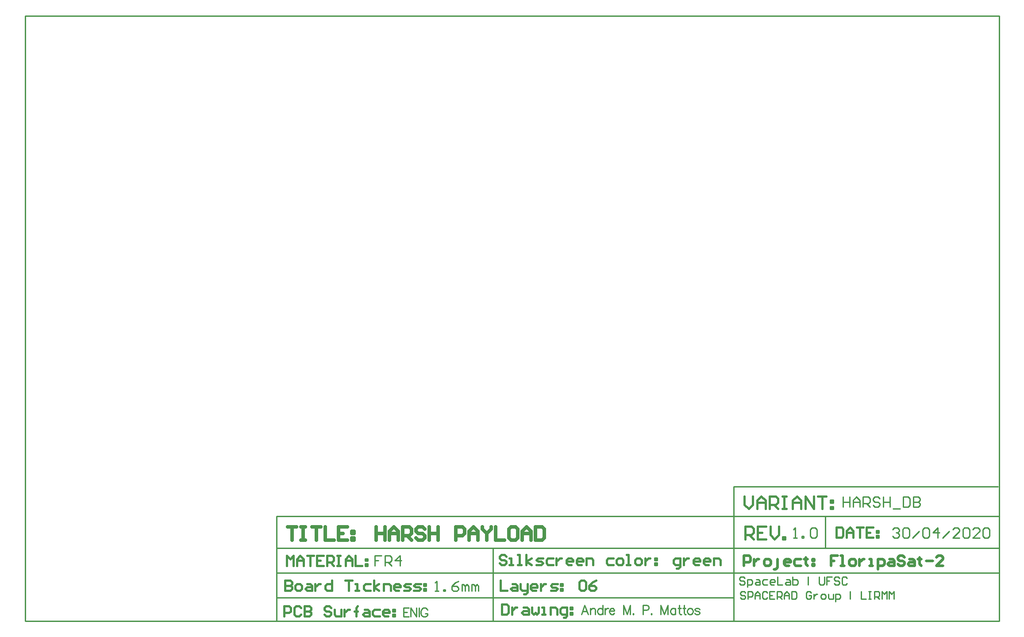
<source format=gm1>
G04*
G04 #@! TF.GenerationSoftware,Altium Limited,Altium Designer,18.1.7 (191)*
G04*
G04 Layer_Color=16711935*
%FSLAX25Y25*%
%MOIN*%
G70*
G01*
G75*
%ADD12C,0.01000*%
%ADD16C,0.02000*%
%ADD17C,0.01598*%
%ADD18C,0.01600*%
%ADD19C,0.02500*%
D12*
X544182Y-43399D02*
Y-19783D01*
X475394Y-43456D02*
Y2264D01*
X674213D01*
X675186Y-98661D02*
Y357036D01*
X-58563Y-99016D02*
Y357036D01*
Y-99016D02*
X131004D01*
X107382D02*
X675186D01*
X-58563Y357036D02*
X675186D01*
X131004Y-19834D02*
X675186D01*
X131496Y-43793D02*
X674762Y-43793D01*
X131299Y-62543D02*
X675186Y-62543D01*
X475186Y-98622D02*
Y-20031D01*
X131299Y-81293D02*
X474902Y-81293D01*
X675186Y-99016D02*
Y-19834D01*
X293936Y-98721D02*
Y-43793D01*
X131004Y-99016D02*
Y-19834D01*
X483988Y-77692D02*
X483070Y-76773D01*
X481233D01*
X480315Y-77692D01*
Y-78610D01*
X481233Y-79528D01*
X483070D01*
X483988Y-80447D01*
Y-81365D01*
X483070Y-82284D01*
X481233D01*
X480315Y-81365D01*
X485825Y-82284D02*
Y-76773D01*
X488580D01*
X489498Y-77692D01*
Y-79528D01*
X488580Y-80447D01*
X485825D01*
X491335Y-82284D02*
Y-78610D01*
X493172Y-76773D01*
X495008Y-78610D01*
Y-82284D01*
Y-79528D01*
X491335D01*
X500518Y-77692D02*
X499600Y-76773D01*
X497763D01*
X496845Y-77692D01*
Y-81365D01*
X497763Y-82284D01*
X499600D01*
X500518Y-81365D01*
X506028Y-76773D02*
X502355D01*
Y-82284D01*
X506028D01*
X502355Y-79528D02*
X504192D01*
X507865Y-82284D02*
Y-76773D01*
X510620D01*
X511539Y-77692D01*
Y-79528D01*
X510620Y-80447D01*
X507865D01*
X509702D02*
X511539Y-82284D01*
X513375D02*
Y-78610D01*
X515212Y-76773D01*
X517049Y-78610D01*
Y-82284D01*
Y-79528D01*
X513375D01*
X518885Y-76773D02*
Y-82284D01*
X521640D01*
X522558Y-81365D01*
Y-77692D01*
X521640Y-76773D01*
X518885D01*
X533579Y-77692D02*
X532660Y-76773D01*
X530824D01*
X529905Y-77692D01*
Y-81365D01*
X530824Y-82284D01*
X532660D01*
X533579Y-81365D01*
Y-79528D01*
X531742D01*
X535415Y-78610D02*
Y-82284D01*
Y-80447D01*
X536334Y-79528D01*
X537252Y-78610D01*
X538170D01*
X541844Y-82284D02*
X543680D01*
X544599Y-81365D01*
Y-79528D01*
X543680Y-78610D01*
X541844D01*
X540925Y-79528D01*
Y-81365D01*
X541844Y-82284D01*
X546435Y-78610D02*
Y-81365D01*
X547354Y-82284D01*
X550109D01*
Y-78610D01*
X551945Y-84120D02*
Y-78610D01*
X554700D01*
X555619Y-79528D01*
Y-81365D01*
X554700Y-82284D01*
X551945D01*
X562965Y-76773D02*
Y-82284D01*
X571231Y-76773D02*
Y-82284D01*
X574904D01*
X576741Y-76773D02*
X578577D01*
X577659D01*
Y-82284D01*
X576741D01*
X578577D01*
X581332D02*
Y-76773D01*
X584087D01*
X585006Y-77692D01*
Y-79528D01*
X584087Y-80447D01*
X581332D01*
X583169D02*
X585006Y-82284D01*
X586842D02*
Y-76773D01*
X588679Y-78610D01*
X590516Y-76773D01*
Y-82284D01*
X592352D02*
Y-76773D01*
X594189Y-78610D01*
X596026Y-76773D01*
Y-82284D01*
X483529Y-66701D02*
X482578Y-65750D01*
X480676D01*
X479724Y-66701D01*
Y-67652D01*
X480676Y-68603D01*
X482578D01*
X483529Y-69554D01*
Y-70506D01*
X482578Y-71457D01*
X480676D01*
X479724Y-70506D01*
X485431Y-73359D02*
Y-67652D01*
X488285D01*
X489236Y-68603D01*
Y-70506D01*
X488285Y-71457D01*
X485431D01*
X492089Y-67652D02*
X493991D01*
X494943Y-68603D01*
Y-71457D01*
X492089D01*
X491138Y-70506D01*
X492089Y-69554D01*
X494943D01*
X500649Y-67652D02*
X497796D01*
X496845Y-68603D01*
Y-70506D01*
X497796Y-71457D01*
X500649D01*
X505405D02*
X503503D01*
X502552Y-70506D01*
Y-68603D01*
X503503Y-67652D01*
X505405D01*
X506356Y-68603D01*
Y-69554D01*
X502552D01*
X508258Y-65750D02*
Y-71457D01*
X512063D01*
X514916Y-67652D02*
X516819D01*
X517770Y-68603D01*
Y-71457D01*
X514916D01*
X513965Y-70506D01*
X514916Y-69554D01*
X517770D01*
X519672Y-65750D02*
Y-71457D01*
X522526D01*
X523477Y-70506D01*
Y-69554D01*
Y-68603D01*
X522526Y-67652D01*
X519672D01*
X531086Y-65750D02*
Y-71457D01*
X539646Y-65750D02*
Y-70506D01*
X540597Y-71457D01*
X542499D01*
X543450Y-70506D01*
Y-65750D01*
X549157D02*
X545353D01*
Y-68603D01*
X547255D01*
X545353D01*
Y-71457D01*
X554864Y-66701D02*
X553913Y-65750D01*
X552011D01*
X551059Y-66701D01*
Y-67652D01*
X552011Y-68603D01*
X553913D01*
X554864Y-69554D01*
Y-70506D01*
X553913Y-71457D01*
X552011D01*
X551059Y-70506D01*
X560571Y-66701D02*
X559620Y-65750D01*
X557718D01*
X556766Y-66701D01*
Y-70506D01*
X557718Y-71457D01*
X559620D01*
X560571Y-70506D01*
X594882Y-29920D02*
X596142Y-28660D01*
X598662D01*
X599922Y-29920D01*
Y-31180D01*
X598662Y-32440D01*
X597402D01*
X598662D01*
X599922Y-33700D01*
Y-34960D01*
X598662Y-36220D01*
X596142D01*
X594882Y-34960D01*
X602442Y-29920D02*
X603702Y-28660D01*
X606222D01*
X607482Y-29920D01*
Y-34960D01*
X606222Y-36220D01*
X603702D01*
X602442Y-34960D01*
Y-29920D01*
X610002Y-36220D02*
X615042Y-31180D01*
X617562Y-29920D02*
X618822Y-28660D01*
X621342D01*
X622602Y-29920D01*
Y-34960D01*
X621342Y-36220D01*
X618822D01*
X617562Y-34960D01*
Y-29920D01*
X628902Y-36220D02*
Y-28660D01*
X625122Y-32440D01*
X630162D01*
X632682Y-36220D02*
X637722Y-31180D01*
X645282Y-36220D02*
X640242D01*
X645282Y-31180D01*
Y-29920D01*
X644022Y-28660D01*
X641502D01*
X640242Y-29920D01*
X647802D02*
X649062Y-28660D01*
X651582D01*
X652842Y-29920D01*
Y-34960D01*
X651582Y-36220D01*
X649062D01*
X647802Y-34960D01*
Y-29920D01*
X660402Y-36220D02*
X655362D01*
X660402Y-31180D01*
Y-29920D01*
X659142Y-28660D01*
X656622D01*
X655362Y-29920D01*
X662922D02*
X664182Y-28660D01*
X666703D01*
X667963Y-29920D01*
Y-34960D01*
X666703Y-36220D01*
X664182D01*
X662922Y-34960D01*
Y-29920D01*
X557579Y-5334D02*
Y-12894D01*
Y-9114D01*
X562619D01*
Y-5334D01*
Y-12894D01*
X565139D02*
Y-7854D01*
X567659Y-5334D01*
X570179Y-7854D01*
Y-12894D01*
Y-9114D01*
X565139D01*
X572699Y-12894D02*
Y-5334D01*
X576479D01*
X577739Y-6594D01*
Y-9114D01*
X576479Y-10374D01*
X572699D01*
X575219D02*
X577739Y-12894D01*
X585299Y-6594D02*
X584039Y-5334D01*
X581519D01*
X580259Y-6594D01*
Y-7854D01*
X581519Y-9114D01*
X584039D01*
X585299Y-10374D01*
Y-11634D01*
X584039Y-12894D01*
X581519D01*
X580259Y-11634D01*
X587819Y-5334D02*
Y-12894D01*
Y-9114D01*
X592859D01*
Y-5334D01*
Y-12894D01*
X595379Y-14154D02*
X600419D01*
X602939Y-5334D02*
Y-12894D01*
X606719D01*
X607979Y-11634D01*
Y-6594D01*
X606719Y-5334D01*
X602939D01*
X610499D02*
Y-12894D01*
X614279D01*
X615539Y-11634D01*
Y-10374D01*
X614279Y-9114D01*
X610499D01*
X614279D01*
X615539Y-7854D01*
Y-6594D01*
X614279Y-5334D01*
X610499D01*
X520276Y-36220D02*
X522796D01*
X521536D01*
Y-28660D01*
X520276Y-29920D01*
X526576Y-36220D02*
Y-34960D01*
X527836D01*
Y-36220D01*
X526576D01*
X532876Y-29920D02*
X534136Y-28660D01*
X536656D01*
X537916Y-29920D01*
Y-34960D01*
X536656Y-36220D01*
X534136D01*
X532876Y-34960D01*
Y-29920D01*
X209930Y-49619D02*
X204890D01*
Y-53399D01*
X207410D01*
X204890D01*
Y-57179D01*
X212451D02*
Y-49619D01*
X216231D01*
X217491Y-50879D01*
Y-53399D01*
X216231Y-54659D01*
X212451D01*
X214970D02*
X217491Y-57179D01*
X223791D02*
Y-49619D01*
X220010Y-53399D01*
X225051D01*
X250295Y-76378D02*
X252815D01*
X251555D01*
Y-68818D01*
X250295Y-70078D01*
X256595Y-76378D02*
Y-75118D01*
X257855D01*
Y-76378D01*
X256595D01*
X267935Y-68818D02*
X265415Y-70078D01*
X262895Y-72598D01*
Y-75118D01*
X264155Y-76378D01*
X266675D01*
X267935Y-75118D01*
Y-73858D01*
X266675Y-72598D01*
X262895D01*
X270455Y-76378D02*
Y-71338D01*
X271715D01*
X272975Y-72598D01*
Y-76378D01*
Y-72598D01*
X274236Y-71338D01*
X275496Y-72598D01*
Y-76378D01*
X278015D02*
Y-71338D01*
X279275D01*
X280536Y-72598D01*
Y-76378D01*
Y-72598D01*
X281796Y-71338D01*
X283055Y-72598D01*
Y-76378D01*
X365622Y-93799D02*
X363028Y-86988D01*
X360433Y-93799D01*
X361406Y-91529D02*
X364649D01*
X367212Y-89258D02*
Y-93799D01*
Y-90556D02*
X368185Y-89583D01*
X368833Y-89258D01*
X369806D01*
X370455Y-89583D01*
X370779Y-90556D01*
Y-93799D01*
X376455Y-86988D02*
Y-93799D01*
Y-90232D02*
X375807Y-89583D01*
X375158Y-89258D01*
X374185D01*
X373536Y-89583D01*
X372888Y-90232D01*
X372563Y-91205D01*
Y-91853D01*
X372888Y-92826D01*
X373536Y-93475D01*
X374185Y-93799D01*
X375158D01*
X375807Y-93475D01*
X376455Y-92826D01*
X378272Y-89258D02*
Y-93799D01*
Y-91205D02*
X378596Y-90232D01*
X379244Y-89583D01*
X379893Y-89258D01*
X380866D01*
X381482Y-91205D02*
X385374D01*
Y-90556D01*
X385050Y-89907D01*
X384726Y-89583D01*
X384077Y-89258D01*
X383104D01*
X382455Y-89583D01*
X381807Y-90232D01*
X381482Y-91205D01*
Y-91853D01*
X381807Y-92826D01*
X382455Y-93475D01*
X383104Y-93799D01*
X384077D01*
X384726Y-93475D01*
X385374Y-92826D01*
X392185Y-86988D02*
Y-93799D01*
Y-86988D02*
X394780Y-93799D01*
X397375Y-86988D02*
X394780Y-93799D01*
X397375Y-86988D02*
Y-93799D01*
X399645Y-93151D02*
X399321Y-93475D01*
X399645Y-93799D01*
X399970Y-93475D01*
X399645Y-93151D01*
X406813Y-90556D02*
X409732D01*
X410705Y-90232D01*
X411029Y-89907D01*
X411354Y-89258D01*
Y-88285D01*
X411029Y-87637D01*
X410705Y-87313D01*
X409732Y-86988D01*
X406813D01*
Y-93799D01*
X413202Y-93151D02*
X412878Y-93475D01*
X413202Y-93799D01*
X413527Y-93475D01*
X413202Y-93151D01*
X420370Y-86988D02*
Y-93799D01*
Y-86988D02*
X422965Y-93799D01*
X425560Y-86988D02*
X422965Y-93799D01*
X425560Y-86988D02*
Y-93799D01*
X431398Y-89258D02*
Y-93799D01*
Y-90232D02*
X430749Y-89583D01*
X430100Y-89258D01*
X429127D01*
X428479Y-89583D01*
X427830Y-90232D01*
X427506Y-91205D01*
Y-91853D01*
X427830Y-92826D01*
X428479Y-93475D01*
X429127Y-93799D01*
X430100D01*
X430749Y-93475D01*
X431398Y-92826D01*
X434187Y-86988D02*
Y-92502D01*
X434511Y-93475D01*
X435160Y-93799D01*
X435809D01*
X433214Y-89258D02*
X435484D01*
X437755Y-86988D02*
Y-92502D01*
X438079Y-93475D01*
X438728Y-93799D01*
X439376D01*
X436782Y-89258D02*
X439052D01*
X441971D02*
X441322Y-89583D01*
X440674Y-90232D01*
X440349Y-91205D01*
Y-91853D01*
X440674Y-92826D01*
X441322Y-93475D01*
X441971Y-93799D01*
X442944D01*
X443593Y-93475D01*
X444241Y-92826D01*
X444566Y-91853D01*
Y-91205D01*
X444241Y-90232D01*
X443593Y-89583D01*
X442944Y-89258D01*
X441971D01*
X449625Y-90232D02*
X449301Y-89583D01*
X448328Y-89258D01*
X447355D01*
X446382Y-89583D01*
X446058Y-90232D01*
X446382Y-90880D01*
X447031Y-91205D01*
X448652Y-91529D01*
X449301Y-91853D01*
X449625Y-92502D01*
Y-92826D01*
X449301Y-93475D01*
X448328Y-93799D01*
X447355D01*
X446382Y-93475D01*
X446058Y-92826D01*
X230693Y-88957D02*
X226476D01*
Y-95768D01*
X230693D01*
X226476Y-92200D02*
X229071D01*
X231828Y-88957D02*
Y-95768D01*
Y-88957D02*
X236369Y-95768D01*
Y-88957D02*
Y-95768D01*
X238250Y-88957D02*
Y-95768D01*
X244542Y-90578D02*
X244217Y-89930D01*
X243569Y-89281D01*
X242920Y-88957D01*
X241623D01*
X240974Y-89281D01*
X240325Y-89930D01*
X240001Y-90578D01*
X239677Y-91551D01*
Y-93173D01*
X240001Y-94146D01*
X240325Y-94795D01*
X240974Y-95443D01*
X241623Y-95768D01*
X242920D01*
X243569Y-95443D01*
X244217Y-94795D01*
X244542Y-94146D01*
Y-93173D01*
X242920D02*
X244542D01*
D16*
X482972Y-57284D02*
Y-49723D01*
X486753D01*
X488013Y-50983D01*
Y-53503D01*
X486753Y-54763D01*
X482972D01*
X490532Y-52243D02*
Y-57284D01*
Y-54763D01*
X491792Y-53503D01*
X493052Y-52243D01*
X494312D01*
X499353Y-57284D02*
X501873D01*
X503133Y-56024D01*
Y-53503D01*
X501873Y-52243D01*
X499353D01*
X498093Y-53503D01*
Y-56024D01*
X499353Y-57284D01*
X505653Y-59803D02*
X506913D01*
X508173Y-58543D01*
Y-52243D01*
X516993Y-57284D02*
X514473D01*
X513213Y-56024D01*
Y-53503D01*
X514473Y-52243D01*
X516993D01*
X518253Y-53503D01*
Y-54763D01*
X513213D01*
X525813Y-52243D02*
X522033D01*
X520773Y-53503D01*
Y-56024D01*
X522033Y-57284D01*
X525813D01*
X529593Y-50983D02*
Y-52243D01*
X528333D01*
X530853D01*
X529593D01*
Y-56024D01*
X530853Y-57284D01*
X534633Y-52243D02*
X535893D01*
Y-53503D01*
X534633D01*
Y-52243D01*
Y-56024D02*
X535893D01*
Y-57284D01*
X534633D01*
Y-56024D01*
X553533Y-49723D02*
X548493D01*
Y-53503D01*
X551013D01*
X548493D01*
Y-57284D01*
X556053D02*
X558573D01*
X557313D01*
Y-49723D01*
X556053D01*
X563613Y-57284D02*
X566133D01*
X567393Y-56024D01*
Y-53503D01*
X566133Y-52243D01*
X563613D01*
X562353Y-53503D01*
Y-56024D01*
X563613Y-57284D01*
X569913Y-52243D02*
Y-57284D01*
Y-54763D01*
X571173Y-53503D01*
X572433Y-52243D01*
X573693D01*
X577473Y-57284D02*
X579993D01*
X578733D01*
Y-52243D01*
X577473D01*
X583773Y-59803D02*
Y-52243D01*
X587553D01*
X588813Y-53503D01*
Y-56024D01*
X587553Y-57284D01*
X583773D01*
X592593Y-52243D02*
X595113D01*
X596373Y-53503D01*
Y-57284D01*
X592593D01*
X591333Y-56024D01*
X592593Y-54763D01*
X596373D01*
X603933Y-50983D02*
X602673Y-49723D01*
X600153D01*
X598893Y-50983D01*
Y-52243D01*
X600153Y-53503D01*
X602673D01*
X603933Y-54763D01*
Y-56024D01*
X602673Y-57284D01*
X600153D01*
X598893Y-56024D01*
X607713Y-52243D02*
X610233D01*
X611493Y-53503D01*
Y-57284D01*
X607713D01*
X606453Y-56024D01*
X607713Y-54763D01*
X611493D01*
X615274Y-50983D02*
Y-52243D01*
X614013D01*
X616534D01*
X615274D01*
Y-56024D01*
X616534Y-57284D01*
X620314Y-53503D02*
X625354D01*
X632914Y-57284D02*
X627874D01*
X632914Y-52243D01*
Y-50983D01*
X631654Y-49723D01*
X629134D01*
X627874Y-50983D01*
D17*
X136614Y-95276D02*
Y-87716D01*
X140394D01*
X141654Y-88976D01*
Y-91496D01*
X140394Y-92756D01*
X136614D01*
X149214Y-88976D02*
X147954Y-87716D01*
X145434D01*
X144174Y-88976D01*
Y-94016D01*
X145434Y-95276D01*
X147954D01*
X149214Y-94016D01*
X151734Y-87716D02*
Y-95276D01*
X155514D01*
X156774Y-94016D01*
Y-92756D01*
X155514Y-91496D01*
X151734D01*
X155514D01*
X156774Y-90236D01*
Y-88976D01*
X155514Y-87716D01*
X151734D01*
X171895Y-88976D02*
X170634Y-87716D01*
X168114D01*
X166854Y-88976D01*
Y-90236D01*
X168114Y-91496D01*
X170634D01*
X171895Y-92756D01*
Y-94016D01*
X170634Y-95276D01*
X168114D01*
X166854Y-94016D01*
X174415Y-90236D02*
Y-94016D01*
X175674Y-95276D01*
X179455D01*
Y-90236D01*
X181974D02*
Y-95276D01*
Y-92756D01*
X183235Y-91496D01*
X184495Y-90236D01*
X185755D01*
X190795Y-95276D02*
Y-88976D01*
Y-91496D01*
X189535D01*
X192055D01*
X190795D01*
Y-88976D01*
X192055Y-87716D01*
X197095Y-90236D02*
X199615D01*
X200875Y-91496D01*
Y-95276D01*
X197095D01*
X195835Y-94016D01*
X197095Y-92756D01*
X200875D01*
X208435Y-90236D02*
X204655D01*
X203395Y-91496D01*
Y-94016D01*
X204655Y-95276D01*
X208435D01*
X214735D02*
X212215D01*
X210955Y-94016D01*
Y-91496D01*
X212215Y-90236D01*
X214735D01*
X215995Y-91496D01*
Y-92756D01*
X210955D01*
X218515Y-90236D02*
X219775D01*
Y-91496D01*
X218515D01*
Y-90236D01*
Y-94016D02*
X219775D01*
Y-95276D01*
X218515D01*
Y-94016D01*
X552658Y-28365D02*
Y-35925D01*
X556437D01*
X557697Y-34665D01*
Y-29625D01*
X556437Y-28365D01*
X552658D01*
X560218Y-35925D02*
Y-30885D01*
X562738Y-28365D01*
X565258Y-30885D01*
Y-35925D01*
Y-32145D01*
X560218D01*
X567778Y-28365D02*
X572818D01*
X570298D01*
Y-35925D01*
X580378Y-28365D02*
X575338D01*
Y-35925D01*
X580378D01*
X575338Y-32145D02*
X577858D01*
X582898Y-30885D02*
X584158D01*
Y-32145D01*
X582898D01*
Y-30885D01*
Y-34665D02*
X584158D01*
Y-35925D01*
X582898D01*
Y-34665D01*
X138640Y-57179D02*
Y-49619D01*
X141160Y-52139D01*
X143680Y-49619D01*
Y-57179D01*
X146201D02*
Y-52139D01*
X148721Y-49619D01*
X151241Y-52139D01*
Y-57179D01*
Y-53399D01*
X146201D01*
X153761Y-49619D02*
X158801D01*
X156281D01*
Y-57179D01*
X166361Y-49619D02*
X161321D01*
Y-57179D01*
X166361D01*
X161321Y-53399D02*
X163841D01*
X168881Y-57179D02*
Y-49619D01*
X172661D01*
X173921Y-50879D01*
Y-53399D01*
X172661Y-54659D01*
X168881D01*
X171401D02*
X173921Y-57179D01*
X176441Y-49619D02*
X178961D01*
X177701D01*
Y-57179D01*
X176441D01*
X178961D01*
X182741D02*
Y-52139D01*
X185261Y-49619D01*
X187781Y-52139D01*
Y-57179D01*
Y-53399D01*
X182741D01*
X190301Y-49619D02*
Y-57179D01*
X195341D01*
X197861Y-52139D02*
X199121D01*
Y-53399D01*
X197861D01*
Y-52139D01*
Y-55919D02*
X199121D01*
Y-57179D01*
X197861D01*
Y-55919D01*
X300590Y-86239D02*
Y-93799D01*
X304371D01*
X305631Y-92539D01*
Y-87499D01*
X304371Y-86239D01*
X300590D01*
X308151Y-88759D02*
Y-93799D01*
Y-91279D01*
X309411Y-90019D01*
X310671Y-88759D01*
X311931D01*
X316971D02*
X319491D01*
X320751Y-90019D01*
Y-93799D01*
X316971D01*
X315711Y-92539D01*
X316971Y-91279D01*
X320751D01*
X323271Y-88759D02*
Y-92539D01*
X324531Y-93799D01*
X325791Y-92539D01*
X327051Y-93799D01*
X328311Y-92539D01*
Y-88759D01*
X330831Y-93799D02*
X333351D01*
X332091D01*
Y-88759D01*
X330831D01*
X337131Y-93799D02*
Y-88759D01*
X340911D01*
X342171Y-90019D01*
Y-93799D01*
X347211Y-96319D02*
X348471D01*
X349731Y-95059D01*
Y-88759D01*
X345951D01*
X344691Y-90019D01*
Y-92539D01*
X345951Y-93799D01*
X349731D01*
X352251Y-88759D02*
X353511D01*
Y-90019D01*
X352251D01*
Y-88759D01*
Y-92539D02*
X353511D01*
Y-93799D01*
X352251D01*
Y-92539D01*
X303859Y-50294D02*
X302599Y-49034D01*
X300079D01*
X298819Y-50294D01*
Y-51554D01*
X300079Y-52815D01*
X302599D01*
X303859Y-54075D01*
Y-55335D01*
X302599Y-56595D01*
X300079D01*
X298819Y-55335D01*
X306379Y-56595D02*
X308899D01*
X307639D01*
Y-51554D01*
X306379D01*
X312679Y-56595D02*
X315199D01*
X313939D01*
Y-49034D01*
X312679D01*
X318979Y-56595D02*
Y-49034D01*
Y-54075D02*
X322759Y-51554D01*
X318979Y-54075D02*
X322759Y-56595D01*
X326539D02*
X330319D01*
X331579Y-55335D01*
X330319Y-54075D01*
X327799D01*
X326539Y-52815D01*
X327799Y-51554D01*
X331579D01*
X339139D02*
X335359D01*
X334099Y-52815D01*
Y-55335D01*
X335359Y-56595D01*
X339139D01*
X341659Y-51554D02*
Y-56595D01*
Y-54075D01*
X342919Y-52815D01*
X344179Y-51554D01*
X345439D01*
X352999Y-56595D02*
X350479D01*
X349219Y-55335D01*
Y-52815D01*
X350479Y-51554D01*
X352999D01*
X354259Y-52815D01*
Y-54075D01*
X349219D01*
X360559Y-56595D02*
X358039D01*
X356779Y-55335D01*
Y-52815D01*
X358039Y-51554D01*
X360559D01*
X361819Y-52815D01*
Y-54075D01*
X356779D01*
X364339Y-56595D02*
Y-51554D01*
X368120D01*
X369379Y-52815D01*
Y-56595D01*
X384500Y-51554D02*
X380719D01*
X379460Y-52815D01*
Y-55335D01*
X380719Y-56595D01*
X384500D01*
X388280D02*
X390800D01*
X392060Y-55335D01*
Y-52815D01*
X390800Y-51554D01*
X388280D01*
X387020Y-52815D01*
Y-55335D01*
X388280Y-56595D01*
X394580D02*
X397100D01*
X395840D01*
Y-49034D01*
X394580D01*
X402140Y-56595D02*
X404660D01*
X405920Y-55335D01*
Y-52815D01*
X404660Y-51554D01*
X402140D01*
X400880Y-52815D01*
Y-55335D01*
X402140Y-56595D01*
X408440Y-51554D02*
Y-56595D01*
Y-54075D01*
X409700Y-52815D01*
X410960Y-51554D01*
X412220D01*
X416000D02*
X417260D01*
Y-52815D01*
X416000D01*
Y-51554D01*
Y-55335D02*
X417260D01*
Y-56595D01*
X416000D01*
Y-55335D01*
X432380Y-59114D02*
X433640D01*
X434900Y-57854D01*
Y-51554D01*
X431120D01*
X429860Y-52815D01*
Y-55335D01*
X431120Y-56595D01*
X434900D01*
X437420Y-51554D02*
Y-56595D01*
Y-54075D01*
X438680Y-52815D01*
X439940Y-51554D01*
X441200D01*
X448760Y-56595D02*
X446240D01*
X444980Y-55335D01*
Y-52815D01*
X446240Y-51554D01*
X448760D01*
X450020Y-52815D01*
Y-54075D01*
X444980D01*
X456320Y-56595D02*
X453800D01*
X452540Y-55335D01*
Y-52815D01*
X453800Y-51554D01*
X456320D01*
X457580Y-52815D01*
Y-54075D01*
X452540D01*
X460100Y-56595D02*
Y-51554D01*
X463880D01*
X465140Y-52815D01*
Y-56595D01*
X137361Y-68369D02*
Y-75929D01*
X141141D01*
X142401Y-74669D01*
Y-73409D01*
X141141Y-72149D01*
X137361D01*
X141141D01*
X142401Y-70889D01*
Y-69629D01*
X141141Y-68369D01*
X137361D01*
X146181Y-75929D02*
X148701D01*
X149961Y-74669D01*
Y-72149D01*
X148701Y-70889D01*
X146181D01*
X144921Y-72149D01*
Y-74669D01*
X146181Y-75929D01*
X153741Y-70889D02*
X156261D01*
X157521Y-72149D01*
Y-75929D01*
X153741D01*
X152481Y-74669D01*
X153741Y-73409D01*
X157521D01*
X160041Y-70889D02*
Y-75929D01*
Y-73409D01*
X161301Y-72149D01*
X162561Y-70889D01*
X163821D01*
X172641Y-68369D02*
Y-75929D01*
X168861D01*
X167601Y-74669D01*
Y-72149D01*
X168861Y-70889D01*
X172641D01*
X182721Y-68369D02*
X187761D01*
X185241D01*
Y-75929D01*
X190281D02*
X192801D01*
X191541D01*
Y-70889D01*
X190281D01*
X201621D02*
X197841D01*
X196581Y-72149D01*
Y-74669D01*
X197841Y-75929D01*
X201621D01*
X204141D02*
Y-68369D01*
Y-73409D02*
X207921Y-70889D01*
X204141Y-73409D02*
X207921Y-75929D01*
X211701D02*
Y-70889D01*
X215481D01*
X216741Y-72149D01*
Y-75929D01*
X223042D02*
X220521D01*
X219262Y-74669D01*
Y-72149D01*
X220521Y-70889D01*
X223042D01*
X224302Y-72149D01*
Y-73409D01*
X219262D01*
X226822Y-75929D02*
X230602D01*
X231862Y-74669D01*
X230602Y-73409D01*
X228082D01*
X226822Y-72149D01*
X228082Y-70889D01*
X231862D01*
X234382Y-75929D02*
X238162D01*
X239422Y-74669D01*
X238162Y-73409D01*
X235642D01*
X234382Y-72149D01*
X235642Y-70889D01*
X239422D01*
X241942D02*
X243202D01*
Y-72149D01*
X241942D01*
Y-70889D01*
Y-74669D02*
X243202D01*
Y-75929D01*
X241942D01*
Y-74669D01*
X299606Y-68424D02*
Y-75984D01*
X304646D01*
X308426Y-70944D02*
X310946D01*
X312206Y-72204D01*
Y-75984D01*
X308426D01*
X307166Y-74724D01*
X308426Y-73464D01*
X312206D01*
X314726Y-70944D02*
Y-74724D01*
X315986Y-75984D01*
X319766D01*
Y-77244D01*
X318506Y-78504D01*
X317246D01*
X319766Y-75984D02*
Y-70944D01*
X326066Y-75984D02*
X323547D01*
X322287Y-74724D01*
Y-72204D01*
X323547Y-70944D01*
X326066D01*
X327326Y-72204D01*
Y-73464D01*
X322287D01*
X329847Y-70944D02*
Y-75984D01*
Y-73464D01*
X331107Y-72204D01*
X332367Y-70944D01*
X333627D01*
X337407Y-75984D02*
X341187D01*
X342447Y-74724D01*
X341187Y-73464D01*
X338667D01*
X337407Y-72204D01*
X338667Y-70944D01*
X342447D01*
X344967D02*
X346227D01*
Y-72204D01*
X344967D01*
Y-70944D01*
Y-74724D02*
X346227D01*
Y-75984D01*
X344967D01*
Y-74724D01*
X358827Y-69684D02*
X360087Y-68424D01*
X362607D01*
X363867Y-69684D01*
Y-74724D01*
X362607Y-75984D01*
X360087D01*
X358827Y-74724D01*
Y-69684D01*
X371427Y-68424D02*
X368907Y-69684D01*
X366387Y-72204D01*
Y-74724D01*
X367647Y-75984D01*
X370167D01*
X371427Y-74724D01*
Y-73464D01*
X370167Y-72204D01*
X366387D01*
D18*
X483268Y-4924D02*
Y-11255D01*
X486433Y-14421D01*
X489599Y-11255D01*
Y-4924D01*
X492765Y-14421D02*
Y-8090D01*
X495930Y-4924D01*
X499096Y-8090D01*
Y-14421D01*
Y-9672D01*
X492765D01*
X502262Y-14421D02*
Y-4924D01*
X507010D01*
X508593Y-6507D01*
Y-9672D01*
X507010Y-11255D01*
X502262D01*
X505427D02*
X508593Y-14421D01*
X511759Y-4924D02*
X514924D01*
X513341D01*
Y-14421D01*
X511759D01*
X514924D01*
X519673D02*
Y-8090D01*
X522838Y-4924D01*
X526004Y-8090D01*
Y-14421D01*
Y-9672D01*
X519673D01*
X529170Y-14421D02*
Y-4924D01*
X535501Y-14421D01*
Y-4924D01*
X538666D02*
X544998D01*
X541832D01*
Y-14421D01*
X548163Y-8090D02*
X549746D01*
Y-9672D01*
X548163D01*
Y-8090D01*
Y-12838D02*
X549746D01*
Y-14421D01*
X548163D01*
Y-12838D01*
X483858Y-37157D02*
Y-27660D01*
X488607D01*
X490190Y-29243D01*
Y-32409D01*
X488607Y-33991D01*
X483858D01*
X487024D02*
X490190Y-37157D01*
X499686Y-27660D02*
X493355D01*
Y-37157D01*
X499686D01*
X493355Y-32409D02*
X496521D01*
X502852Y-27660D02*
Y-33991D01*
X506018Y-37157D01*
X509183Y-33991D01*
Y-27660D01*
X512349Y-37157D02*
Y-35574D01*
X513932D01*
Y-37157D01*
X512349D01*
D19*
X139272Y-27849D02*
X145936D01*
X142604D01*
Y-37846D01*
X149268Y-27849D02*
X152601D01*
X150935D01*
Y-37846D01*
X149268D01*
X152601D01*
X157599Y-27849D02*
X164264D01*
X160931D01*
Y-37846D01*
X167596Y-27849D02*
Y-37846D01*
X174260D01*
X184257Y-27849D02*
X177593D01*
Y-37846D01*
X184257D01*
X177593Y-32848D02*
X180925D01*
X187589Y-31182D02*
X189255D01*
Y-32848D01*
X187589D01*
Y-31182D01*
Y-36180D02*
X189255D01*
Y-37846D01*
X187589D01*
Y-36180D01*
X205917Y-27849D02*
Y-37846D01*
Y-32848D01*
X212581D01*
Y-27849D01*
Y-37846D01*
X215914D02*
Y-31182D01*
X219246Y-27849D01*
X222578Y-31182D01*
Y-37846D01*
Y-32848D01*
X215914D01*
X225910Y-37846D02*
Y-27849D01*
X230909D01*
X232575Y-29515D01*
Y-32848D01*
X230909Y-34514D01*
X225910D01*
X229243D02*
X232575Y-37846D01*
X242572Y-29515D02*
X240905Y-27849D01*
X237573D01*
X235907Y-29515D01*
Y-31182D01*
X237573Y-32848D01*
X240905D01*
X242572Y-34514D01*
Y-36180D01*
X240905Y-37846D01*
X237573D01*
X235907Y-36180D01*
X245904Y-27849D02*
Y-37846D01*
Y-32848D01*
X252568D01*
Y-27849D01*
Y-37846D01*
X265897D02*
Y-27849D01*
X270896D01*
X272562Y-29515D01*
Y-32848D01*
X270896Y-34514D01*
X265897D01*
X275894Y-37846D02*
Y-31182D01*
X279226Y-27849D01*
X282559Y-31182D01*
Y-37846D01*
Y-32848D01*
X275894D01*
X285891Y-27849D02*
Y-29515D01*
X289223Y-32848D01*
X292555Y-29515D01*
Y-27849D01*
X289223Y-32848D02*
Y-37846D01*
X295888Y-27849D02*
Y-37846D01*
X302552D01*
X310883Y-27849D02*
X307551D01*
X305885Y-29515D01*
Y-36180D01*
X307551Y-37846D01*
X310883D01*
X312549Y-36180D01*
Y-29515D01*
X310883Y-27849D01*
X315881Y-37846D02*
Y-31182D01*
X319214Y-27849D01*
X322546Y-31182D01*
Y-37846D01*
Y-32848D01*
X315881D01*
X325878Y-27849D02*
Y-37846D01*
X330876D01*
X332542Y-36180D01*
Y-29515D01*
X330876Y-27849D01*
X325878D01*
M02*

</source>
